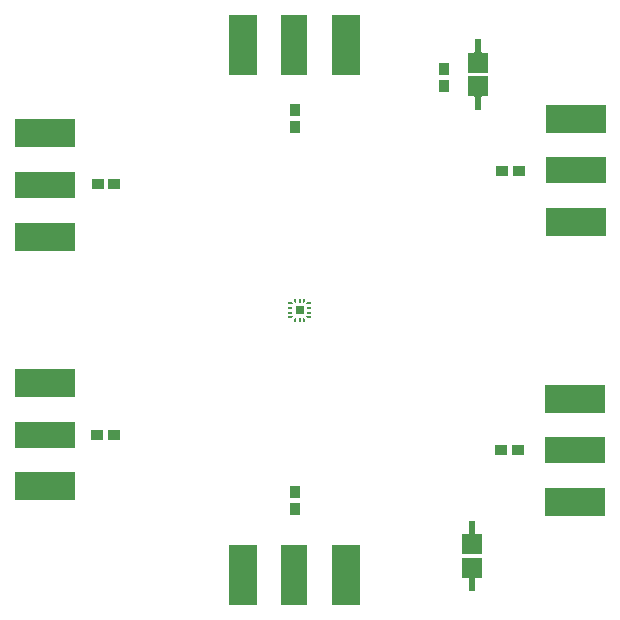
<source format=gtp>
G04*
G04 #@! TF.GenerationSoftware,Altium Limited,Altium Designer,19.0.5 (141)*
G04*
G04 Layer_Color=8421504*
%FSLAX44Y44*%
%MOMM*%
G71*
G01*
G75*
%ADD14R,5.0800X2.2860*%
%ADD15R,5.0800X2.4130*%
%ADD16R,2.2860X5.0800*%
%ADD17R,2.4130X5.0800*%
%ADD18R,0.2000X0.2000*%
%ADD19R,0.7400X0.7400*%
%ADD20R,0.2000X0.3600*%
%ADD21R,0.3600X0.2000*%
%ADD22R,0.9300X1.0100*%
%ADD23R,1.0100X0.9300*%
G36*
X389605Y469540D02*
Y469470D01*
X389595Y469400D01*
X389585Y469340D01*
X389575Y469270D01*
X389565Y469200D01*
X389545Y469140D01*
X389515Y469070D01*
X389495Y469010D01*
X389465Y468950D01*
X389435Y468890D01*
X389395Y468830D01*
X389355Y468780D01*
X389315Y468720D01*
X389275Y468670D01*
X389225Y468620D01*
X389175Y468570D01*
X389125Y468530D01*
X389065Y468490D01*
X389015Y468450D01*
X388955Y468410D01*
X388895Y468380D01*
X388835Y468350D01*
X388775Y468330D01*
X388705Y468300D01*
X388645Y468280D01*
X388575Y468270D01*
X388505Y468260D01*
X388445Y468250D01*
X388375Y468240D01*
X383655D01*
Y451240D01*
X400655D01*
Y468240D01*
X395935D01*
X395865Y468250D01*
X395805Y468260D01*
X395735Y468270D01*
X395665Y468280D01*
X395605Y468300D01*
X395535Y468330D01*
X395475Y468350D01*
X395415Y468380D01*
X395355Y468410D01*
X395295Y468450D01*
X395245Y468490D01*
X395185Y468530D01*
X395135Y468570D01*
X395085Y468620D01*
X395035Y468670D01*
X394995Y468720D01*
X394955Y468780D01*
X394915Y468830D01*
X394875Y468890D01*
X394845Y468950D01*
X394815Y469010D01*
X394795Y469070D01*
X394765Y469140D01*
X394745Y469200D01*
X394735Y469270D01*
X394725Y469340D01*
X394715Y469400D01*
X394705Y469470D01*
Y469540D01*
Y479440D01*
X389605D01*
Y469540D01*
D02*
G37*
G36*
X383655Y431240D02*
X388375D01*
X388445Y431230D01*
X388505Y431220D01*
X388575Y431210D01*
X388645Y431200D01*
X388705Y431180D01*
X388775Y431150D01*
X388835Y431130D01*
X388895Y431100D01*
X388955Y431070D01*
X389015Y431030D01*
X389065Y430990D01*
X389125Y430950D01*
X389175Y430910D01*
X389225Y430860D01*
X389275Y430810D01*
X389315Y430760D01*
X389355Y430700D01*
X389395Y430650D01*
X389435Y430590D01*
X389465Y430530D01*
X389495Y430470D01*
X389515Y430410D01*
X389545Y430340D01*
X389565Y430280D01*
X389575Y430210D01*
X389585Y430140D01*
X389595Y430080D01*
X389605Y430010D01*
Y429940D01*
Y420040D01*
X394705D01*
Y429940D01*
Y430010D01*
X394715Y430080D01*
X394725Y430140D01*
X394735Y430210D01*
X394745Y430280D01*
X394765Y430340D01*
X394795Y430410D01*
X394815Y430470D01*
X394845Y430530D01*
X394875Y430590D01*
X394915Y430650D01*
X394955Y430700D01*
X394995Y430760D01*
X395035Y430810D01*
X395085Y430860D01*
X395135Y430910D01*
X395185Y430950D01*
X395245Y430990D01*
X395295Y431030D01*
X395355Y431070D01*
X395415Y431100D01*
X395475Y431130D01*
X395535Y431150D01*
X395605Y431180D01*
X395665Y431200D01*
X395735Y431210D01*
X395805Y431220D01*
X395865Y431230D01*
X395935Y431240D01*
X400655D01*
Y448240D01*
X383655D01*
Y431240D01*
D02*
G37*
G36*
X236025Y257690D02*
X237125Y256390D01*
X238025D01*
Y259990D01*
X236025D01*
Y257690D01*
D02*
G37*
G36*
X244025Y256390D02*
X244925D01*
X246025Y257690D01*
Y259990D01*
X244025D01*
Y256390D01*
D02*
G37*
G36*
X231525Y255190D02*
X235125D01*
Y256090D01*
X233825Y257190D01*
X231525D01*
Y255190D01*
D02*
G37*
G36*
X246925Y256090D02*
Y255190D01*
X250525D01*
Y257190D01*
X248225D01*
X246925Y256090D01*
D02*
G37*
G36*
X231525Y243190D02*
X233825D01*
X235125Y244290D01*
Y245190D01*
X231525D01*
Y243190D01*
D02*
G37*
G36*
X246925Y244290D02*
X248225Y243190D01*
X250525D01*
Y245190D01*
X246925D01*
Y244290D01*
D02*
G37*
G36*
X236025Y242690D02*
Y240390D01*
X238025D01*
Y243990D01*
X237125D01*
X236025Y242690D01*
D02*
G37*
G36*
X244025Y240390D02*
X246025D01*
Y242690D01*
X244925Y243990D01*
X244025D01*
Y240390D01*
D02*
G37*
G36*
X384525Y61710D02*
Y61640D01*
X384515Y61570D01*
X384505Y61510D01*
X384495Y61440D01*
X384485Y61370D01*
X384465Y61310D01*
X384435Y61240D01*
X384415Y61180D01*
X384385Y61120D01*
X384355Y61060D01*
X384315Y61000D01*
X384275Y60950D01*
X384235Y60890D01*
X384195Y60840D01*
X384145Y60790D01*
X384095Y60740D01*
X384045Y60700D01*
X383985Y60660D01*
X383935Y60620D01*
X383875Y60580D01*
X383815Y60550D01*
X383755Y60520D01*
X383695Y60500D01*
X383625Y60470D01*
X383565Y60450D01*
X383495Y60440D01*
X383425Y60430D01*
X383365Y60420D01*
X383295Y60410D01*
X378575D01*
Y43410D01*
X395575D01*
Y60410D01*
X390855D01*
X390785Y60420D01*
X390725Y60430D01*
X390655Y60440D01*
X390585Y60450D01*
X390525Y60470D01*
X390455Y60500D01*
X390395Y60520D01*
X390335Y60550D01*
X390275Y60580D01*
X390215Y60620D01*
X390165Y60660D01*
X390105Y60700D01*
X390055Y60740D01*
X390005Y60790D01*
X389955Y60840D01*
X389915Y60890D01*
X389875Y60950D01*
X389835Y61000D01*
X389795Y61060D01*
X389765Y61120D01*
X389735Y61180D01*
X389715Y61240D01*
X389685Y61310D01*
X389665Y61370D01*
X389655Y61440D01*
X389645Y61510D01*
X389635Y61570D01*
X389625Y61640D01*
Y61710D01*
Y71610D01*
X384525D01*
Y61710D01*
D02*
G37*
G36*
X378575Y23410D02*
X383295D01*
X383365Y23400D01*
X383425Y23390D01*
X383495Y23380D01*
X383565Y23370D01*
X383625Y23350D01*
X383695Y23320D01*
X383755Y23300D01*
X383815Y23270D01*
X383875Y23240D01*
X383935Y23200D01*
X383985Y23160D01*
X384045Y23120D01*
X384095Y23080D01*
X384145Y23030D01*
X384195Y22980D01*
X384235Y22930D01*
X384275Y22870D01*
X384315Y22820D01*
X384355Y22760D01*
X384385Y22700D01*
X384415Y22640D01*
X384435Y22580D01*
X384465Y22510D01*
X384485Y22450D01*
X384495Y22380D01*
X384505Y22310D01*
X384515Y22250D01*
X384525Y22180D01*
Y22110D01*
Y12210D01*
X389625D01*
Y22110D01*
Y22180D01*
X389635Y22250D01*
X389645Y22310D01*
X389655Y22380D01*
X389665Y22450D01*
X389685Y22510D01*
X389715Y22580D01*
X389735Y22640D01*
X389765Y22700D01*
X389795Y22760D01*
X389835Y22820D01*
X389875Y22870D01*
X389915Y22930D01*
X389955Y22980D01*
X390005Y23030D01*
X390055Y23080D01*
X390105Y23120D01*
X390165Y23160D01*
X390215Y23200D01*
X390275Y23240D01*
X390335Y23270D01*
X390395Y23300D01*
X390455Y23320D01*
X390525Y23350D01*
X390585Y23370D01*
X390655Y23380D01*
X390725Y23390D01*
X390785Y23400D01*
X390855Y23410D01*
X395575D01*
Y40410D01*
X378575D01*
Y23410D01*
D02*
G37*
D14*
X474540Y131445D02*
D03*
X474705Y368465D02*
D03*
X25356Y144780D02*
D03*
Y356235D02*
D03*
D15*
X474540Y175260D02*
D03*
Y87630D02*
D03*
X474705Y412280D02*
D03*
Y324650D02*
D03*
X25356Y100965D02*
D03*
Y188595D02*
D03*
Y312420D02*
D03*
Y400050D02*
D03*
D16*
X236580Y25790D02*
D03*
Y474980D02*
D03*
D17*
X280395Y25790D02*
D03*
X192765D02*
D03*
Y474980D02*
D03*
X280395D02*
D03*
D18*
X237025Y241590D02*
D03*
X245015Y241510D02*
D03*
X249265Y244190D02*
D03*
X249475Y256190D02*
D03*
X245025Y258930D02*
D03*
X237025D02*
D03*
X232575Y256190D02*
D03*
X232525Y244180D02*
D03*
D19*
X241025Y250190D02*
D03*
D20*
Y258190D02*
D03*
Y242190D02*
D03*
D21*
X233325Y248190D02*
D03*
Y252190D02*
D03*
X248715Y248190D02*
D03*
Y252190D02*
D03*
D22*
X236999Y81810D02*
D03*
Y95990D02*
D03*
X237025Y419310D02*
D03*
Y405130D02*
D03*
X362945Y454130D02*
D03*
Y439950D02*
D03*
D23*
X69575Y144780D02*
D03*
X83755D02*
D03*
X412265Y368300D02*
D03*
X426445D02*
D03*
X411735Y131676D02*
D03*
X425915D02*
D03*
X70105Y356870D02*
D03*
X84285D02*
D03*
M02*

</source>
